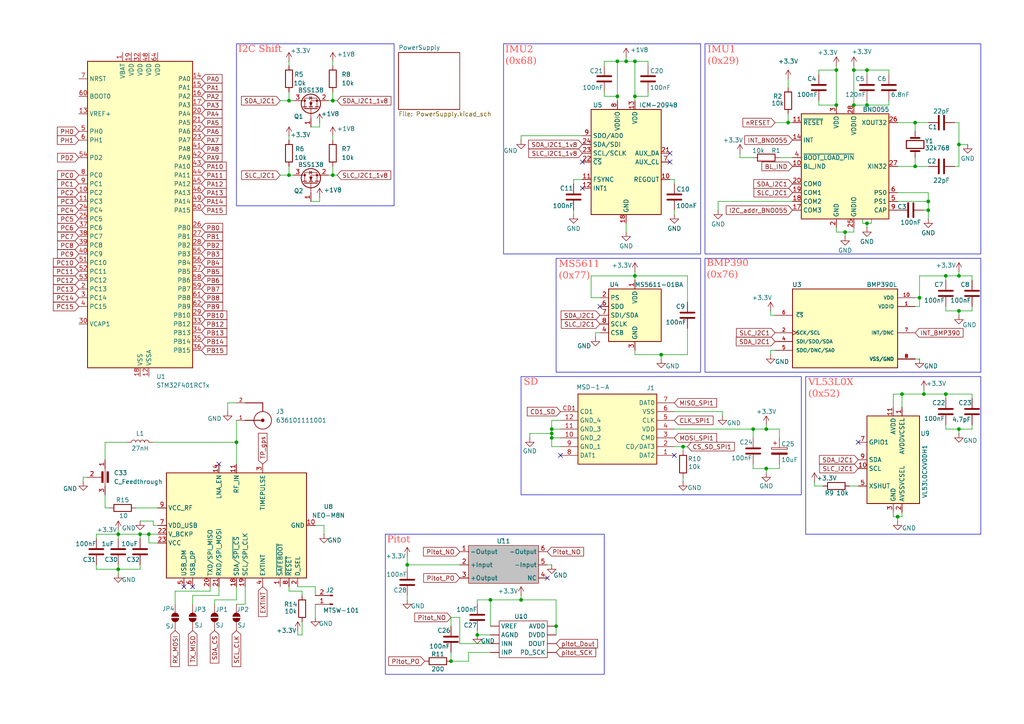
<source format=kicad_sch>
(kicad_sch (version 20250114) (generator "eeschema") (generator_version "9.0")
  (paper "A4")
  (title_block (title "AlarisV1") (date "2025-11-13") (rev "1.0") (company "Enzo Claro"))
  (rectangle (start 68.58 12.7) (end 114.3 59.69))
  (rectangle (start 204.47 12.7) (end 284.48 73.66))
  (rectangle (start 111.76 154.94) (end 175.26 195.58))
  (rectangle (start 161.29 74.93) (end 203.2 107.95))
  (rectangle (start 151.13 109.22) (end 232.41 143.51))
  (rectangle (start 233.68 109.22) (end 284.48 154.94))
  (rectangle (start 146.05 12.7) (end 203.2 73.66))
  (rectangle (start 204.47 74.93) (end 284.48 107.95))
  (text "BMP390 \n(0x76)" (at 204.978 78.74 0) (effects (font (size 2 2)) (justify left)))
  (text "MS5611\n(0x77)" (at 162.052 78.994 0) (effects (font (size 2 2)) (justify left)))
  (text "IMU2\n(0x68)" (at 146.558 16.764 0) (effects (font (size 2 2)) (justify left)))
  (text "IMU1\n(0x29)" (at 205.232 16.764 0) (effects (font (size 2 2)) (justify left)))
  (text "VL53L0X\n(0x52)" (at 234.442 113.284 0) (effects (font (size 2 2)) (justify left)))
  (text "SD" (at 151.892 111.506 0) (effects (font (size 2 2)) (justify left)))
  (text "I2C Shift" (at 69.088 14.986 0) (effects (font (size 2 2)) (justify left)))
  (text "Pitot" (at 112.268 157.226 0) (effects (font (size 2 2)) (justify left)))
  (junction (at 34.29 154.94))
  (junction (at 251.46 64.77))
  (junction (at 198.12 129.54))
  (junction (at 269.24 58.42))
  (junction (at 68.58 128.27))
  (junction (at 267.97 114.3))
  (junction (at 160.02 124.46))
  (junction (at 265.43 35.56))
  (junction (at 130.81 191.77))
  (junction (at 40.64 154.94))
  (junction (at 96.52 50.8))
  (junction (at 242.57 30.48))
  (junction (at 278.13 80.01))
  (junction (at 179.07 17.78))
  (junction (at 181.61 17.78))
  (junction (at 265.43 48.26))
  (junction (at 161.29 181.61))
  (junction (at 83.82 50.8))
  (junction (at 278.13 90.17))
  (junction (at 228.6 35.56))
  (junction (at 269.24 60.96))
  (junction (at 34.29 165.1))
  (junction (at 184.15 17.78))
  (junction (at 179.07 27.94))
  (junction (at 260.35 149.86))
  (junction (at 160.02 127))
  (junction (at 274.32 114.3))
  (junction (at 151.13 173.99))
  (junction (at 184.15 27.94))
  (junction (at 83.82 29.21))
  (junction (at 138.43 184.15))
  (junction (at 261.62 114.3))
  (junction (at 242.57 20.32))
  (junction (at 218.44 124.46))
  (junction (at 278.13 124.46))
  (junction (at 96.52 29.21))
  (junction (at 266.7 86.36))
  (junction (at 43.18 154.94))
  (junction (at 251.46 20.32))
  (junction (at 160.02 125.73))
  (junction (at 118.11 163.83))
  (junction (at 251.46 30.48))
  (junction (at 222.25 135.89))
  (junction (at 184.15 80.01))
  (junction (at 222.25 124.46))
  (junction (at 247.65 20.32))
  (junction (at 278.13 41.91))
  (junction (at 142.24 173.99))
  (junction (at 247.65 30.48))
  (junction (at 274.32 80.01))
  (junction (at 245.11 67.31))
  (junction (at 191.77 102.87))
  (no_connect (at 173.99 88.9))
  (no_connect (at 195.58 132.08))
  (no_connect (at 248.92 128.27))
  (no_connect (at 162.56 132.08))
  (no_connect (at 168.91 54.61))
  (no_connect (at 55.88 170.18))
  (no_connect (at 168.91 46.99))
  (no_connect (at 53.34 170.18))
  (no_connect (at 194.31 46.99))
  (no_connect (at 158.75 167.64))
  (no_connect (at 63.5 134.62))
  (no_connect (at 194.31 44.45))
  (wire (pts (xy 223.52 91.44) (xy 223.52 90.17)))
  (wire (pts (xy 153.67 125.73) (xy 160.02 125.73)))
  (wire (pts (xy 257.81 30.48) (xy 251.46 30.48)))
  (wire (pts (xy 87.63 171.45) (xy 83.82 171.45)))
  (wire (pts (xy 266.7 104.14) (xy 265.43 104.14)))
  (wire (pts (xy 242.57 30.48) (xy 237.49 30.48)))
  (wire (pts (xy 161.29 181.61) (xy 161.29 184.15)))
  (wire (pts (xy 93.98 152.4) (xy 93.98 154.94)))
  (wire (pts (xy 274.32 90.17) (xy 278.13 90.17)))
  (wire (pts (xy 63.5 170.18) (xy 63.5 172.72)))
  (wire (pts (xy 44.45 128.27) (xy 68.58 128.27)))
  (wire (pts (xy 281.94 90.17) (xy 278.13 90.17)))
  (wire (pts (xy 265.43 48.26) (xy 269.24 48.26)))
  (wire (pts (xy 224.79 101.6) (xy 223.52 101.6)))
  (wire (pts (xy 175.26 17.78) (xy 179.07 17.78)))
  (wire (pts (xy 274.32 80.01) (xy 278.13 80.01)))
  (wire (pts (xy 66.04 116.84) (xy 66.04 119.38)))
  (wire (pts (xy 96.52 29.21) (xy 97.79 29.21)))
  (wire (pts (xy 195.58 52.07) (xy 195.58 53.34)))
  (wire (pts (xy 160.02 125.73) (xy 160.02 127)))
  (wire (pts (xy 40.64 151.13) (xy 44.45 151.13)))
  (wire (pts (xy 71.12 175.26) (xy 71.12 170.18)))
  (wire (pts (xy 251.46 21.59) (xy 251.46 20.32)))
  (wire (pts (xy 247.65 66.04) (xy 247.65 67.31)))
  (wire (pts (xy 226.06 134.62) (xy 226.06 135.89)))
  (wire (pts (xy 257.81 20.32) (xy 251.46 20.32)))
  (wire (pts (xy 242.57 67.31) (xy 245.11 67.31)))
  (wire (pts (xy 62.23 173.99) (xy 62.23 175.26)))
  (wire (pts (xy 198.12 138.43) (xy 198.12 139.7)))
  (wire (pts (xy 226.06 135.89) (xy 222.25 135.89)))
  (wire (pts (xy 68.58 173.99) (xy 62.23 173.99)))
  (wire (pts (xy 251.46 64.77) (xy 251.46 66.04)))
  (wire (pts (xy 60.96 171.45) (xy 60.96 170.18)))
  (wire (pts (xy 237.49 21.59) (xy 237.49 20.32)))
  (wire (pts (xy 269.24 58.42) (xy 269.24 60.96)))
  (wire (pts (xy 184.15 101.6) (xy 184.15 102.87)))
  (wire (pts (xy 260.35 149.86) (xy 259.08 149.86)))
  (wire (pts (xy 257.81 29.21) (xy 257.81 30.48)))
  (wire (pts (xy 173.99 96.52) (xy 172.72 96.52)))
  (wire (pts (xy 91.44 170.18) (xy 91.44 172.72)))
  (wire (pts (xy 261.62 149.86) (xy 260.35 149.86)))
  (wire (pts (xy 224.79 91.44) (xy 223.52 91.44)))
  (wire (pts (xy 266.7 88.9) (xy 266.7 86.36)))
  (wire (pts (xy 245.11 68.58) (xy 245.11 67.31)))
  (wire (pts (xy 237.49 30.48) (xy 237.49 29.21)))
  (wire (pts (xy 208.28 58.42) (xy 208.28 60.96)))
  (wire (pts (xy 133.35 186.69) (xy 133.35 179.07)))
  (wire (pts (xy 162.56 124.46) (xy 160.02 124.46)))
  (wire (pts (xy 40.64 154.94) (xy 40.64 156.21)))
  (wire (pts (xy 250.19 63.5) (xy 250.19 64.77)))
  (wire (pts (xy 50.8 171.45) (xy 50.8 175.26)))
  (wire (pts (xy 45.72 154.94) (xy 43.18 154.94)))
  (wire (pts (xy 181.61 17.78) (xy 181.61 16.51)))
  (wire (pts (xy 34.29 163.83) (xy 34.29 165.1)))
  (wire (pts (xy 222.25 124.46) (xy 218.44 124.46)))
  (wire (pts (xy 252.73 64.77) (xy 251.46 64.77)))
  (wire (pts (xy 96.52 39.37) (xy 96.52 40.64)))
  (wire (pts (xy 187.96 17.78) (xy 184.15 17.78)))
  (wire (pts (xy 237.49 20.32) (xy 242.57 20.32)))
  (wire (pts (xy 218.44 45.72) (xy 214.63 45.72)))
  (wire (pts (xy 274.32 124.46) (xy 278.13 124.46)))
  (wire (pts (xy 251.46 20.32) (xy 247.65 20.32)))
  (wire (pts (xy 83.82 171.45) (xy 83.82 170.18)))
  (wire (pts (xy 251.46 30.48) (xy 247.65 30.48)))
  (wire (pts (xy 281.94 115.57) (xy 281.94 114.3)))
  (wire (pts (xy 278.13 48.26) (xy 278.13 41.91)))
  (wire (pts (xy 236.22 139.7) (xy 236.22 140.97)))
  (wire (pts (xy 166.37 52.07) (xy 166.37 53.34)))
  (wire (pts (xy 199.39 102.87) (xy 199.39 95.25)))
  (wire (pts (xy 30.48 143.51) (xy 30.48 147.32)))
  (wire (pts (xy 118.11 163.83) (xy 133.35 163.83)))
  (wire (pts (xy 274.32 114.3) (xy 274.32 115.57)))
  (wire (pts (xy 269.24 55.88) (xy 269.24 58.42)))
  (wire (pts (xy 242.57 66.04) (xy 242.57 67.31)))
  (wire (pts (xy 281.94 124.46) (xy 278.13 124.46)))
  (wire (pts (xy 27.94 154.94) (xy 34.29 154.94)))
  (wire (pts (xy 138.43 173.99) (xy 138.43 175.26)))
  (wire (pts (xy 265.43 86.36) (xy 266.7 86.36)))
  (wire (pts (xy 181.61 64.77) (xy 181.61 67.31)))
  (wire (pts (xy 179.07 17.78) (xy 179.07 27.94)))
  (wire (pts (xy 265.43 45.72) (xy 265.43 48.26)))
  (wire (pts (xy 30.48 147.32) (xy 31.75 147.32)))
  (wire (pts (xy 191.77 102.87) (xy 199.39 102.87)))
  (wire (pts (xy 45.72 157.48) (xy 43.18 157.48)))
  (wire (pts (xy 39.37 147.32) (xy 45.72 147.32)))
  (wire (pts (xy 171.45 86.36) (xy 171.45 80.01)))
  (wire (pts (xy 118.11 165.1) (xy 118.11 163.83)))
  (wire (pts (xy 27.94 163.83) (xy 27.94 165.1)))
  (wire (pts (xy 68.58 170.18) (xy 68.58 173.99)))
  (wire (pts (xy 34.29 165.1) (xy 34.29 166.37)))
  (wire (pts (xy 161.29 173.99) (xy 151.13 173.99)))
  (wire (pts (xy 281.94 123.19) (xy 281.94 124.46)))
  (wire (pts (xy 160.02 129.54) (xy 160.02 127)))
  (wire (pts (xy 90.17 58.42) (xy 92.71 58.42)))
  (wire (pts (xy 269.24 63.5) (xy 269.24 60.96)))
  (wire (pts (xy 184.15 81.28) (xy 184.15 80.01)))
  (wire (pts (xy 130.81 179.07) (xy 130.81 181.61)))
  (wire (pts (xy 184.15 27.94) (xy 187.96 27.94)))
  (wire (pts (xy 25.4 138.43) (xy 24.13 138.43)))
  (wire (pts (xy 260.35 58.42) (xy 269.24 58.42)))
  (wire (pts (xy 158.75 163.83) (xy 160.02 163.83)))
  (wire (pts (xy 222.25 135.89) (xy 222.25 137.16)))
  (wire (pts (xy 228.6 35.56) (xy 229.87 35.56)))
  (wire (pts (xy 27.94 154.94) (xy 27.94 156.21)))
  (wire (pts (xy 91.44 152.4) (xy 93.98 152.4)))
  (wire (pts (xy 138.43 182.88) (xy 138.43 184.15)))
  (wire (pts (xy 81.28 50.8) (xy 83.82 50.8)))
  (wire (pts (xy 130.81 179.07) (xy 133.35 179.07)))
  (wire (pts (xy 257.81 21.59) (xy 257.81 20.32)))
  (wire (pts (xy 68.58 116.84) (xy 66.04 116.84)))
  (wire (pts (xy 118.11 173.99) (xy 118.11 172.72)))
  (wire (pts (xy 173.99 86.36) (xy 171.45 86.36)))
  (wire (pts (xy 195.58 119.38) (xy 209.55 119.38)))
  (wire (pts (xy 228.6 22.86) (xy 228.6 25.4)))
  (wire (pts (xy 224.79 35.56) (xy 228.6 35.56)))
  (wire (pts (xy 34.29 154.94) (xy 34.29 156.21)))
  (wire (pts (xy 250.19 64.77) (xy 251.46 64.77)))
  (wire (pts (xy 160.02 127) (xy 162.56 127)))
  (wire (pts (xy 24.13 138.43) (xy 24.13 139.7)))
  (wire (pts (xy 130.81 191.77) (xy 130.81 189.23)))
  (wire (pts (xy 161.29 181.61) (xy 161.29 173.99)))
  (wire (pts (xy 96.52 26.67) (xy 96.52 29.21)))
  (wire (pts (xy 261.62 114.3) (xy 267.97 114.3)))
  (wire (pts (xy 184.15 27.94) (xy 184.15 29.21)))
  (wire (pts (xy 198.12 129.54) (xy 198.12 130.81)))
  (wire (pts (xy 83.82 26.67) (xy 83.82 29.21)))
  (wire (pts (xy 162.56 129.54) (xy 160.02 129.54)))
  (wire (pts (xy 266.7 86.36) (xy 266.7 80.01)))
  (wire (pts (xy 259.08 114.3) (xy 261.62 114.3)))
  (wire (pts (xy 40.64 165.1) (xy 34.29 165.1)))
  (wire (pts (xy 83.82 50.8) (xy 85.09 50.8)))
  (wire (pts (xy 142.24 186.69) (xy 133.35 186.69)))
  (wire (pts (xy 226.06 45.72) (xy 229.87 45.72)))
  (wire (pts (xy 229.87 58.42) (xy 208.28 58.42)))
  (wire (pts (xy 265.43 48.26) (xy 260.35 48.26)))
  (wire (pts (xy 86.36 184.15) (xy 87.63 184.15)))
  (wire (pts (xy 40.64 154.94) (xy 34.29 154.94)))
  (wire (pts (xy 118.11 163.83) (xy 118.11 161.29)))
  (wire (pts (xy 179.07 27.94) (xy 179.07 29.21)))
  (wire (pts (xy 259.08 118.11) (xy 259.08 114.3)))
  (wire (pts (xy 34.29 153.67) (xy 34.29 154.94)))
  (wire (pts (xy 278.13 78.74) (xy 278.13 80.01)))
  (wire (pts (xy 92.71 35.56) (xy 92.71 36.83)))
  (wire (pts (xy 138.43 184.15) (xy 142.24 184.15)))
  (wire (pts (xy 138.43 173.99) (xy 142.24 173.99)))
  (wire (pts (xy 151.13 172.72) (xy 151.13 173.99)))
  (wire (pts (xy 92.71 36.83) (xy 90.17 36.83)))
  (wire (pts (xy 50.8 171.45) (xy 60.96 171.45)))
  (wire (pts (xy 226.06 124.46) (xy 222.25 124.46)))
  (wire (pts (xy 96.52 48.26) (xy 96.52 50.8)))
  (wire (pts (xy 184.15 80.01) (xy 199.39 80.01)))
  (wire (pts (xy 83.82 29.21) (xy 85.09 29.21)))
  (wire (pts (xy 195.58 129.54) (xy 198.12 129.54)))
  (wire (pts (xy 260.35 55.88) (xy 269.24 55.88)))
  (wire (pts (xy 83.82 48.26) (xy 83.82 50.8)))
  (wire (pts (xy 261.62 148.59) (xy 261.62 149.86)))
  (wire (pts (xy 83.82 39.37) (xy 83.82 40.64)))
  (wire (pts (xy 87.63 184.15) (xy 87.63 180.34)))
  (wire (pts (xy 191.77 102.87) (xy 191.77 104.14)))
  (wire (pts (xy 281.94 80.01) (xy 281.94 81.28)))
  (wire (pts (xy 242.57 19.05) (xy 242.57 20.32)))
  (wire (pts (xy 236.22 140.97) (xy 238.76 140.97)))
  (wire (pts (xy 44.45 152.4) (xy 45.72 152.4)))
  (wire (pts (xy 199.39 80.01) (xy 199.39 87.63)))
  (wire (pts (xy 265.43 35.56) (xy 269.24 35.56)))
  (wire (pts (xy 252.73 63.5) (xy 252.73 64.77)))
  (wire (pts (xy 55.88 175.26) (xy 55.88 172.72)))
  (wire (pts (xy 278.13 35.56) (xy 278.13 41.91)))
  (wire (pts (xy 195.58 62.23) (xy 195.58 60.96)))
  (wire (pts (xy 214.63 45.72) (xy 214.63 44.45)))
  (wire (pts (xy 83.82 19.05) (xy 83.82 17.78)))
  (wire (pts (xy 179.07 17.78) (xy 181.61 17.78)))
  (wire (pts (xy 68.58 121.92) (xy 68.58 128.27)))
  (wire (pts (xy 251.46 29.21) (xy 251.46 30.48)))
  (wire (pts (xy 222.25 123.19) (xy 222.25 124.46)))
  (wire (pts (xy 30.48 128.27) (xy 36.83 128.27)))
  (wire (pts (xy 226.06 127) (xy 226.06 124.46)))
  (wire (pts (xy 153.67 125.73) (xy 153.67 127)))
  (wire (pts (xy 267.97 114.3) (xy 267.97 113.03)))
  (wire (pts (xy 175.26 19.05) (xy 175.26 17.78)))
  (wire (pts (xy 92.71 58.42) (xy 92.71 57.15)))
  (wire (pts (xy 223.52 101.6) (xy 223.52 102.87)))
  (wire (pts (xy 276.86 48.26) (xy 278.13 48.26)))
  (wire (pts (xy 259.08 148.59) (xy 259.08 149.86)))
  (wire (pts (xy 43.18 157.48) (xy 43.18 154.94)))
  (wire (pts (xy 87.63 171.45) (xy 87.63 172.72)))
  (wire (pts (xy 278.13 41.91) (xy 280.67 41.91)))
  (wire (pts (xy 96.52 50.8) (xy 97.79 50.8)))
  (wire (pts (xy 198.12 129.54) (xy 199.39 129.54)))
  (wire (pts (xy 27.94 165.1) (xy 34.29 165.1)))
  (wire (pts (xy 151.13 39.37) (xy 151.13 40.64)))
  (wire (pts (xy 142.24 173.99) (xy 142.24 181.61)))
  (wire (pts (xy 151.13 173.99) (xy 142.24 173.99)))
  (wire (pts (xy 278.13 91.44) (xy 278.13 90.17)))
  (wire (pts (xy 68.58 175.26) (xy 71.12 175.26)))
  (wire (pts (xy 168.91 39.37) (xy 151.13 39.37)))
  (wire (pts (xy 142.24 189.23) (xy 135.89 189.23)))
  (wire (pts (xy 96.52 17.78) (xy 96.52 19.05)))
  (wire (pts (xy 194.31 52.07) (xy 195.58 52.07)))
  (wire (pts (xy 278.13 80.01) (xy 281.94 80.01)))
  (wire (pts (xy 265.43 35.56) (xy 265.43 38.1)))
  (wire (pts (xy 266.7 80.01) (xy 274.32 80.01)))
  (wire (pts (xy 261.62 118.11) (xy 261.62 114.3)))
  (wire (pts (xy 135.89 189.23) (xy 135.89 191.77)))
  (wire (pts (xy 91.44 175.26) (xy 91.44 179.07)))
  (wire (pts (xy 55.88 172.72) (xy 63.5 172.72)))
  (wire (pts (xy 281.94 114.3) (xy 274.32 114.3)))
  (wire (pts (xy 274.32 123.19) (xy 274.32 124.46)))
  (wire (pts (xy 218.44 124.46) (xy 218.44 127)))
  (wire (pts (xy 281.94 88.9) (xy 281.94 90.17)))
  (wire (pts (xy 274.32 80.01) (xy 274.32 81.28)))
  (wire (pts (xy 184.15 78.74) (xy 184.15 80.01)))
  (wire (pts (xy 195.58 124.46) (xy 218.44 124.46)))
  (wire (pts (xy 91.44 170.18) (xy 86.36 170.18)))
  (wire (pts (xy 265.43 88.9) (xy 266.7 88.9)))
  (wire (pts (xy 184.15 17.78) (xy 184.15 27.94)))
  (wire (pts (xy 95.25 50.8) (xy 96.52 50.8)))
  (wire (pts (xy 260.35 35.56) (xy 265.43 35.56)))
  (wire (pts (xy 44.45 151.13) (xy 44.45 152.4)))
  (wire (pts (xy 160.02 124.46) (xy 160.02 125.73)))
  (wire (pts (xy 187.96 19.05) (xy 187.96 17.78)))
  (wire (pts (xy 40.64 163.83) (xy 40.64 165.1)))
  (wire (pts (xy 175.26 27.94) (xy 179.07 27.94)))
  (wire (pts (xy 260.35 149.86) (xy 260.35 151.13)))
  (wire (pts (xy 81.28 29.21) (xy 83.82 29.21)))
  (wire (pts (xy 209.55 119.38) (xy 209.55 120.65)))
  (wire (pts (xy 218.44 135.89) (xy 222.25 135.89)))
  (wire (pts (xy 130.81 191.77) (xy 135.89 191.77)))
  (wire (pts (xy 276.86 35.56) (xy 278.13 35.56)))
  (wire (pts (xy 218.44 134.62) (xy 218.44 135.89)))
  (wire (pts (xy 187.96 27.94) (xy 187.96 26.67)))
  (wire (pts (xy 160.02 121.92) (xy 160.02 124.46)))
  (wire (pts (xy 162.56 121.92) (xy 160.02 121.92)))
  (wire (pts (xy 30.48 133.35) (xy 30.48 128.27)))
  (wire (pts (xy 166.37 62.23) (xy 166.37 60.96)))
  (wire (pts (xy 246.38 140.97) (xy 248.92 140.97)))
  (wire (pts (xy 247.65 19.05) (xy 247.65 20.32)))
  (wire (pts (xy 172.72 96.52) (xy 172.72 97.79)))
  (wire (pts (xy 274.32 114.3) (xy 267.97 114.3)))
  (wire (pts (xy 171.45 80.01) (xy 184.15 80.01)))
  (wire (pts (xy 86.36 182.88) (xy 86.36 184.15)))
  (wire (pts (xy 247.65 20.32) (xy 247.65 30.48)))
  (wire (pts (xy 166.37 52.07) (xy 168.91 52.07)))
  (wire (pts (xy 95.25 29.21) (xy 96.52 29.21)))
  (wire (pts (xy 175.26 26.67) (xy 175.26 27.94)))
  (wire (pts (xy 68.58 128.27) (xy 68.58 134.62)))
  (wire (pts (xy 247.65 67.31) (xy 245.11 67.31)))
  (wire (pts (xy 278.13 124.46) (xy 278.13 125.73)))
  (wire (pts (xy 184.15 17.78) (xy 181.61 17.78)))
  (wire (pts (xy 274.32 88.9) (xy 274.32 90.17)))
  (wire (pts (xy 184.15 102.87) (xy 191.77 102.87)))
  (wire (pts (xy 228.6 33.02) (xy 228.6 35.56)))
  (wire (pts (xy 269.24 60.96) (xy 267.97 60.96)))
  (wire (pts (xy 43.18 154.94) (xy 40.64 154.94)))
  (wire (pts (xy 242.57 20.32) (xy 242.57 30.48)))
  (global_label "PA3" (shape input) (at 58.42 30.48 0) (property "Intersheetrefs" "${INTERSHEET_REFS}" (effects (hide yes))))
  (global_label "PB8" (shape input) (at 58.42 86.36 0) (property "Intersheetrefs" "${INTERSHEET_REFS}" (effects (hide yes))))
  (global_label "SLC_I2C1_1v8" (shape input) (at 168.91 44.45 180) (property "Intersheetrefs" "${INTERSHEET_REFS}" (effects (hide yes))))
  (global_label "SDA_I2C1" (shape input) (at 229.87 53.34 180) (property "Intersheetrefs" "${INTERSHEET_REFS}" (effects (hide yes))))
  (global_label "PA1" (shape input) (at 58.42 25.4 0) (property "Intersheetrefs" "${INTERSHEET_REFS}" (effects (hide yes))))
  (global_label "SDA_I2C1" (shape input) (at 81.28 29.21 180) (property "Intersheetrefs" "${INTERSHEET_REFS}" (effects (hide yes))))
  (global_label "PA6" (shape input) (at 58.42 38.1 0) (property "Intersheetrefs" "${INTERSHEET_REFS}" (effects (hide yes))))
  (global_label "SLC_I2C1" (shape input) (at 81.28 50.8 180) (property "Intersheetrefs" "${INTERSHEET_REFS}" (effects (hide yes))))
  (global_label "PA12" (shape input) (at 58.42 53.34 0) (property "Intersheetrefs" "${INTERSHEET_REFS}" (effects (hide yes))))
  (global_label "PC6" (shape input) (at 22.86 66.04 180) (property "Intersheetrefs" "${INTERSHEET_REFS}" (effects (hide yes))))
  (global_label "PC3" (shape input) (at 22.86 58.42 180) (property "Intersheetrefs" "${INTERSHEET_REFS}" (effects (hide yes))))
  (global_label "PC8" (shape input) (at 22.86 71.12 180) (property "Intersheetrefs" "${INTERSHEET_REFS}" (effects (hide yes))))
  (global_label "PA7" (shape input) (at 58.42 40.64 0) (property "Intersheetrefs" "${INTERSHEET_REFS}" (effects (hide yes))))
  (global_label "Pitot_NO" (shape input) (at 130.81 179.07 180) (property "Intersheetrefs" "${INTERSHEET_REFS}" (effects (hide yes))))
  (global_label "PA10" (shape input) (at 58.42 48.26 0) (property "Intersheetrefs" "${INTERSHEET_REFS}" (effects (hide yes))))
  (global_label "PC13" (shape input) (at 22.86 83.82 180) (property "Intersheetrefs" "${INTERSHEET_REFS}" (effects (hide yes))))
  (global_label "PB2" (shape input) (at 58.42 71.12 0) (property "Intersheetrefs" "${INTERSHEET_REFS}" (effects (hide yes))))
  (global_label "Pitot_NO" (shape input) (at 133.35 160.02 180) (property "Intersheetrefs" "${INTERSHEET_REFS}" (effects (hide yes))))
  (global_label "PA15" (shape input) (at 58.42 60.96 0) (property "Intersheetrefs" "${INTERSHEET_REFS}" (effects (hide yes))))
  (global_label "SLC_I2C1_1v8" (shape input) (at 97.79 50.8 0) (property "Intersheetrefs" "${INTERSHEET_REFS}" (effects (hide yes))))
  (global_label "PA0" (shape input) (at 58.42 22.86 0) (property "Intersheetrefs" "${INTERSHEET_REFS}" (effects (hide yes))))
  (global_label "CLK_SPI1" (shape input) (at 195.58 121.92 0) (property "Intersheetrefs" "${INTERSHEET_REFS}" (effects (hide yes))))
  (global_label "SDA_I2C1" (shape input) (at 248.92 133.35 180) (property "Intersheetrefs" "${INTERSHEET_REFS}" (effects (hide yes))))
  (global_label "INT_BMP390" (shape input) (at 265.43 96.52 0) (property "Intersheetrefs" "${INTERSHEET_REFS}" (effects (hide yes))))
  (global_label "RX_MOSI" (shape input) (at 50.8 182.88 270) (property "Intersheetrefs" "${INTERSHEET_REFS}" (effects (hide yes))))
  (global_label "PC15" (shape input) (at 22.86 88.9 180) (property "Intersheetrefs" "${INTERSHEET_REFS}" (effects (hide yes))))
  (global_label "PB4" (shape input) (at 58.42 76.2 0) (property "Intersheetrefs" "${INTERSHEET_REFS}" (effects (hide yes))))
  (global_label "MISO_SPI1" (shape input) (at 195.58 116.84 0) (property "Intersheetrefs" "${INTERSHEET_REFS}" (effects (hide yes))))
  (global_label "PC10" (shape input) (at 22.86 76.2 180) (property "Intersheetrefs" "${INTERSHEET_REFS}" (effects (hide yes))))
  (global_label "PA11" (shape input) (at 58.42 50.8 0) (property "Intersheetrefs" "${INTERSHEET_REFS}" (effects (hide yes))))
  (global_label "PD2" (shape input) (at 22.86 45.72 180) (property "Intersheetrefs" "${INTERSHEET_REFS}" (effects (hide yes))))
  (global_label "SLC_I2C1" (shape input) (at 248.92 135.89 180) (property "Intersheetrefs" "${INTERSHEET_REFS}" (effects (hide yes))))
  (global_label "Pitot_PO" (shape input) (at 133.35 167.64 180) (property "Intersheetrefs" "${INTERSHEET_REFS}" (effects (hide yes))))
  (global_label "PB3" (shape input) (at 58.42 73.66 0) (property "Intersheetrefs" "${INTERSHEET_REFS}" (effects (hide yes))))
  (global_label "PB15" (shape input) (at 58.42 101.6 0) (property "Intersheetrefs" "${INTERSHEET_REFS}" (effects (hide yes))))
  (global_label "PB7" (shape input) (at 58.42 83.82 0) (property "Intersheetrefs" "${INTERSHEET_REFS}" (effects (hide yes))))
  (global_label "PB1" (shape input) (at 58.42 68.58 0) (property "Intersheetrefs" "${INTERSHEET_REFS}" (effects (hide yes))))
  (global_label "PC9" (shape input) (at 22.86 73.66 180) (property "Intersheetrefs" "${INTERSHEET_REFS}" (effects (hide yes))))
  (global_label "PC11" (shape input) (at 22.86 78.74 180) (property "Intersheetrefs" "${INTERSHEET_REFS}" (effects (hide yes))))
  (global_label "PB0" (shape input) (at 58.42 66.04 0) (property "Intersheetrefs" "${INTERSHEET_REFS}" (effects (hide yes))))
  (global_label "pitot_Dout" (shape input) (at 161.29 186.69 0) (property "Intersheetrefs" "${INTERSHEET_REFS}" (effects (hide yes))))
  (global_label "SDA_I2C1_1v8" (shape input) (at 168.91 41.91 180) (property "Intersheetrefs" "${INTERSHEET_REFS}" (effects (hide yes))))
  (global_label "PB10" (shape input) (at 58.42 91.44 0) (property "Intersheetrefs" "${INTERSHEET_REFS}" (effects (hide yes))))
  (global_label "PC7" (shape input) (at 22.86 68.58 180) (property "Intersheetrefs" "${INTERSHEET_REFS}" (effects (hide yes))))
  (global_label "INT_BNO055" (shape input) (at 229.87 40.64 180) (property "Intersheetrefs" "${INTERSHEET_REFS}" (effects (hide yes))))
  (global_label "SLC_I2C1" (shape input) (at 229.87 55.88 180) (property "Intersheetrefs" "${INTERSHEET_REFS}" (effects (hide yes))))
  (global_label "SLC_I2C1" (shape input) (at 173.99 93.98 180) (property "Intersheetrefs" "${INTERSHEET_REFS}" (effects (hide yes))))
  (global_label "MOSI_SPI1" (shape input) (at 195.58 127 0) (property "Intersheetrefs" "${INTERSHEET_REFS}" (effects (hide yes))))
  (global_label "PC1" (shape input) (at 22.86 53.34 180) (property "Intersheetrefs" "${INTERSHEET_REFS}" (effects (hide yes))))
  (global_label "PC2" (shape input) (at 22.86 55.88 180) (property "Intersheetrefs" "${INTERSHEET_REFS}" (effects (hide yes))))
  (global_label "PB5" (shape input) (at 58.42 78.74 0) (property "Intersheetrefs" "${INTERSHEET_REFS}" (effects (hide yes))))
  (global_label "PB6" (shape input) (at 58.42 81.28 0) (property "Intersheetrefs" "${INTERSHEET_REFS}" (effects (hide yes))))
  (global_label "SDA_CS" (shape input) (at 62.23 182.88 270) (property "Intersheetrefs" "${INTERSHEET_REFS}" (effects (hide yes))))
  (global_label "SDA_I2C1" (shape input) (at 173.99 91.44 180) (property "Intersheetrefs" "${INTERSHEET_REFS}" (effects (hide yes))))
  (global_label "PC0" (shape input) (at 22.86 50.8 180) (property "Intersheetrefs" "${INTERSHEET_REFS}" (effects (hide yes))))
  (global_label "Pitot_PO" (shape input) (at 123.19 191.77 180) (property "Intersheetrefs" "${INTERSHEET_REFS}" (effects (hide yes))))
  (global_label "EXTINT" (shape input) (at 76.2 170.18 270) (property "Intersheetrefs" "${INTERSHEET_REFS}" (effects (hide yes))))
  (global_label "CD1_SD" (shape input) (at 162.56 119.38 180) (property "Intersheetrefs" "${INTERSHEET_REFS}" (effects (hide yes))))
  (global_label "PB13" (shape input) (at 58.42 96.52 0) (property "Intersheetrefs" "${INTERSHEET_REFS}" (effects (hide yes))))
  (global_label "PA13" (shape input) (at 58.42 55.88 0) (property "Intersheetrefs" "${INTERSHEET_REFS}" (effects (hide yes))))
  (global_label "PA2" (shape input) (at 58.42 27.94 0) (property "Intersheetrefs" "${INTERSHEET_REFS}" (effects (hide yes))))
  (global_label "nRESET" (shape input) (at 224.79 35.56 180) (property "Intersheetrefs" "${INTERSHEET_REFS}" (effects (hide yes))))
  (global_label "PC4" (shape input) (at 22.86 60.96 180) (property "Intersheetrefs" "${INTERSHEET_REFS}" (effects (hide yes))))
  (global_label "SDA_I2C1" (shape input) (at 224.79 99.06 180) (property "Intersheetrefs" "${INTERSHEET_REFS}" (effects (hide yes))))
  (global_label "PC12" (shape input) (at 22.86 81.28 180) (property "Intersheetrefs" "${INTERSHEET_REFS}" (effects (hide yes))))
  (global_label "SLC_I2C1" (shape input) (at 224.79 96.52 180) (property "Intersheetrefs" "${INTERSHEET_REFS}" (effects (hide yes))))
  (global_label "CS_SD_SPI1" (shape input) (at 199.39 129.54 0) (property "Intersheetrefs" "${INTERSHEET_REFS}" (effects (hide yes))))
  (global_label "PB12" (shape input) (at 58.42 93.98 0) (property "Intersheetrefs" "${INTERSHEET_REFS}" (effects (hide yes))))
  (global_label "SCL_CLK" (shape input) (at 68.58 182.88 270) (property "Intersheetrefs" "${INTERSHEET_REFS}" (effects (hide yes))))
  (global_label "PA8" (shape input) (at 58.42 43.18 0) (property "Intersheetrefs" "${INTERSHEET_REFS}" (effects (hide yes))))
  (global_label "PB14" (shape input) (at 58.42 99.06 0) (property "Intersheetrefs" "${INTERSHEET_REFS}" (effects (hide yes))))
  (global_label "Pitot_NO" (shape input) (at 158.75 160.02 0) (property "Intersheetrefs" "${INTERSHEET_REFS}" (effects (hide yes))))
  (global_label "PA14" (shape input) (at 58.42 58.42 0) (property "Intersheetrefs" "${INTERSHEET_REFS}" (effects (hide yes))))
  (global_label "TX_MISO" (shape input) (at 55.88 182.88 270) (property "Intersheetrefs" "${INTERSHEET_REFS}" (effects (hide yes))))
  (global_label "TP_gps" (shape input) (at 76.2 134.62 90) (property "Intersheetrefs" "${INTERSHEET_REFS}" (effects (hide yes))))
  (global_label "pitot_SCK" (shape input) (at 161.29 189.23 0) (property "Intersheetrefs" "${INTERSHEET_REFS}" (effects (hide yes))))
  (global_label "BL_IND" (shape input) (at 229.87 48.26 180) (property "Intersheetrefs" "${INTERSHEET_REFS}" (effects (hide yes))))
  (global_label "PC5" (shape input) (at 22.86 63.5 180) (property "Intersheetrefs" "${INTERSHEET_REFS}" (effects (hide yes))))
  (global_label "PA9" (shape input) (at 58.42 45.72 0) (property "Intersheetrefs" "${INTERSHEET_REFS}" (effects (hide yes))))
  (global_label "PA4" (shape input) (at 58.42 33.02 0) (property "Intersheetrefs" "${INTERSHEET_REFS}" (effects (hide yes))))
  (global_label "PA5" (shape input) (at 58.42 35.56 0) (property "Intersheetrefs" "${INTERSHEET_REFS}" (effects (hide yes))))
  (global_label "PH0" (shape input) (at 22.86 38.1 180) (property "Intersheetrefs" "${INTERSHEET_REFS}" (effects (hide yes))))
  (global_label "SDA_I2C1_1v8" (shape input) (at 97.79 29.21 0) (property "Intersheetrefs" "${INTERSHEET_REFS}" (effects (hide yes))))
  (global_label "PC14" (shape input) (at 22.86 86.36 180) (property "Intersheetrefs" "${INTERSHEET_REFS}" (effects (hide yes))))
  (global_label "I2C_addr_BNO055" (shape input) (at 229.87 60.96 180) (property "Intersheetrefs" "${INTERSHEET_REFS}" (effects (hide yes))))
  (global_label "PB9" (shape input) (at 58.42 88.9 0) (property "Intersheetrefs" "${INTERSHEET_REFS}" (effects (hide yes))))
  (global_label "PH1" (shape input) (at 22.86 40.64 180) (property "Intersheetrefs" "${INTERSHEET_REFS}" (effects (hide yes))))
  (symbol (lib_id "power:+3.3V") (at 34.29 153.67 0) (unit 1)
    (property "Reference" "#PWR061" (effects (hide yes)))
    (property "Value" "+3.3V" (at 30.988 153.67 0))
    (property "Description" "Power symbol creates a global label with name \"+3.3V\"" (effects (hide yes)))
  )
  (symbol (lib_id "power:GND") (at 280.67 41.91 0) (unit 1)
    (property "Reference" "#PWR01" (effects (hide yes)))
    (property "Value" "GND" (at 280.67 45.974 0))
    (property "Description" "Power symbol creates a global label with name \"GND\" , ground" (effects (hide yes)))
  )
  (symbol (lib_id "power:GND") (at 118.11 173.99 0) (unit 1)
    (property "Reference" "#PWR056" (effects (hide yes)))
    (property "Value" "GND" (at 121.158 175.768 0))
    (property "Description" "Power symbol creates a global label with name \"GND\" , ground" (effects (hide yes)))
  )
  (symbol (lib_id "Device:C") (at 130.81 185.42 0) (unit 1)
    (property "Reference" "C26" (at 128.778 182.88 0))
    (property "Value" "100nF" (at 127.508 187.452 0))
    (property "Description" "Unpolarized capacitor" (effects (hide yes)))
  )
  (symbol (lib_id "Device:C") (at 237.49 25.4 0) (unit 1)
    (property "Reference" "C4" (at 235.458 22.86 0))
    (property "Value" "100nF" (at 234.188 27.432 0))
    (property "Description" "Unpolarized capacitor" (effects (hide yes)))
  )
  (symbol (lib_id "Device:Crystal") (at 265.43 41.91 90) (unit 1)
    (property "Reference" "Y1" (at 268.224 40.894 90) (effects (justify right)))
    (property "Value" "32k768" (at 268.224 42.926 90) (effects (justify right)))
    (property "Description" "Two pin crystal" (effects (hide yes)))
  )
  (symbol (lib_id "power:GND") (at 245.11 68.58 0) (unit 1)
    (property "Reference" "#PWR03" (effects (hide yes)))
    (property "Value" "GND" (at 245.11 72.644 0))
    (property "Description" "Power symbol creates a global label with name \"GND\" , ground" (effects (hide yes)))
  )
  (symbol (lib_id "power:+3.3V") (at 228.6 22.86 0) (unit 1)
    (property "Reference" "#PWR08" (effects (hide yes)))
    (property "Value" "+3.3V" (at 228.6 17.78 0))
    (property "Description" "Power symbol creates a global label with name \"+3.3V\"" (effects (hide yes)))
  )
  (symbol (lib_id "power:+1V8") (at 96.52 39.37 0) (unit 1)
    (property "Reference" "#PWR039" (effects (hide yes)))
    (property "Value" "+1V8" (at 100.33 37.338 0))
    (property "Description" "Power symbol creates a global label with name \"+1V8\"" (effects (hide yes)))
  )
  (symbol (lib_id "Device:R") (at 198.12 134.62 0) (unit 1)
    (property "Reference" "R10" (at 201.422 133.096 0))
    (property "Value" "10k" (at 201.422 135.382 0))
    (property "Description" "Resistor" (effects (hide yes)))
  )
  (symbol (lib_id "power:GND") (at 91.44 179.07 0) (unit 1)
    (property "Reference" "#PWR063" (effects (hide yes)))
    (property "Value" "GND" (at 94.488 180.848 0))
    (property "Description" "Power symbol creates a global label with name \"GND\" , ground" (effects (hide yes)))
  )
  (symbol (lib_id "Device:C_Feedthrough") (at 27.94 138.43 270) (unit 1)
    (property "Reference" "C33" (at 33.02 137.1599 90) (effects (justify left)))
    (property "Value" "C_Feedthrough" (at 33.02 139.6999 90) (effects (justify left)))
    (property "Description" "Feedthrough capacitor" (effects (hide yes)))
  )
  (symbol (lib_id "power:+3.3V") (at 267.97 113.03 0) (unit 1)
    (property "Reference" "#PWR044" (effects (hide yes)))
    (property "Value" "+3.3V" (at 271.526 111.252 0))
    (property "Description" "Power symbol creates a global label with name \"+3.3V\"" (effects (hide yes)))
  )
  (symbol (lib_id "power:GND") (at 93.98 154.94 0) (unit 1)
    (property "Reference" "#PWR060" (effects (hide yes)))
    (property "Value" "GND" (at 97.028 156.718 0))
    (property "Description" "Power symbol creates a global label with name \"GND\" , ground" (effects (hide yes)))
  )
  (symbol (lib_id "Device:C") (at 175.26 22.86 180) (unit 1)
    (property "Reference" "C21" (at 172.974 20.574 0))
    (property "Value" "100nF" (at 171.958 25.4 0))
    (property "Description" "Unpolarized capacitor" (effects (hide yes)))
  )
  (symbol (lib_id "power:GND") (at 172.72 97.79 0) (unit 1)
    (property "Reference" "#PWR017" (effects (hide yes)))
    (property "Value" "GND" (at 169.418 100.33 0))
    (property "Description" "Power symbol creates a global label with name \"GND\" , ground" (effects (hide yes)))
  )
  (symbol (lib_id "Device:C") (at 251.46 25.4 0) (unit 1)
    (property "Reference" "C5" (at 249.428 22.86 0))
    (property "Value" "120nF" (at 248.158 27.432 0))
    (property "Description" "Unpolarized capacitor" (effects (hide yes)))
  )
  (symbol (lib_id "power:GND") (at 195.58 62.23 0) (unit 1)
    (property "Reference" "#PWR019" (effects (hide yes)))
    (property "Value" "GND" (at 195.58 66.294 0))
    (property "Description" "Power symbol creates a global label with name \"GND\" , ground" (effects (hide yes)))
  )
  (symbol (lib_id "Device:C_Polarized") (at 226.06 130.81 0) (unit 1)
    (property "Reference" "C25" (at 226.568 128.778 0) (effects (justify left)))
    (property "Value" "10uF" (at 226.568 133.35 0) (effects (justify left)))
    (property "Description" "Polarized capacitor" (effects (hide yes)))
  )
  (symbol (lib_id "636101111001:636101111001") (at 76.2 121.92 180) (unit 1)
    (property "Reference" "J3" (at 80.01 119.3664 0) (effects (justify right)))
    (property "Value" "636101111001" (at 80.01 121.9064 0) (effects (justify right)))
    (property "Footprint" "636101111001:636101111001" (effects (hide yes)))
    (property "MF" "Wurth Electronics" (effects (hide yes)))
    (property "Description_1" "Tape and Reel packaging_7 inch reel_1300 pieces" (effects (hide yes)))
    (property "Package" "None" (effects (hide yes)))
    (property "Price" "None" (effects (hide yes)))
    (property "SnapEDA_Link" "https://www.snapeda.com/parts/636101111001/Wurth+Electronics/view-part/?ref=snap" (effects (hide yes)))
    (property "MP" "636101111001" (effects (hide yes)))
    (property "Availability" "In Stock" (effects (hide yes)))
    (property "Check_prices" "https://www.snapeda.com/parts/636101111001/Wurth+Electronics/view-part/?ref=eda" (effects (hide yes)))
  )
  (symbol (lib_id "Device:R") (at 35.56 147.32 270) (unit 1)
    (property "Reference" "R15" (at 35.56 145.034 90))
    (property "Value" "10" (at 35.814 149.606 90))
    (property "Description" "Resistor" (effects (hide yes)))
  )
  (symbol (lib_id "Transistor_FET:BSS138") (at 90.17 53.34 90) (unit 1)
    (property "Reference" "Q2" (at 86.614 55.372 90))
    (property "Value" "BSS138" (at 90.17 47.752 90))
    (property "Footprint" "Package_TO_SOT_SMD:SOT-23" (effects (hide yes)))
    (property "Datasheet" "https://www.onsemi.com/pub/Collateral/BSS138-D.PDF" (effects (hide yes)))
    (property "Description" "50V Vds, 0.22A Id, N-Channel MOSFET, SOT-23" (effects (hide yes)))
  )
  (symbol (lib_id "BMP390L:BMP390L") (at 245.11 96.52 0) (unit 1)
    (property "Reference" "U3" (at 231.14 82.55 0))
    (property "Value" "BMP390L" (at 255.778 82.55 0))
    (property "Footprint" "BMP390L:XDCR_BMP390L" (effects (hide yes)))
    (property "MF" "Bosch Sensortec" (effects (hide yes)))
    (property "MAXIMUM_PACKAGE_HEIGHT" "0.8 mm" (effects (hide yes)))
    (property "Package" "None" (effects (hide yes)))
    (property "Price" "None" (effects (hide yes)))
    (property "Check_prices" "https://www.snapeda.com/parts/BMP390L/Bosch/view-part/?ref=eda" (effects (hide yes)))
    (property "STANDARD" "Manufacturer Recommendation" (effects (hide yes)))
    (property "PARTREV" "1.7" (effects (hide yes)))
    (property "SnapEDA_Link" "https://www.snapeda.com/parts/BMP390L/Bosch/view-part/?ref=snap" (effects (hide yes)))
    (property "MP" "BMP390L" (effects (hide yes)))
    (property "Description_1" "Pressure Sensor Development Tools Evaluation Shuttle Board for the BMP390L" (effects (hide yes)))
    (property "MANUFACTURER" "BOSCH" (effects (hide yes)))
    (property "Availability" "In Stock" (effects (hide yes)))
    (property "SNAPEDA_PN" "BMP390L" (effects (hide yes)))
  )
  (symbol (lib_id "power:+3.3V") (at 242.57 19.05 0) (unit 1)
    (property "Reference" "#PWR09" (effects (hide yes)))
    (property "Value" "+3.3V" (at 240.03 15.24 0))
    (property "Description" "Power symbol creates a global label with name \"+3.3V\"" (effects (hide yes)))
  )
  (symbol (lib_id "power:GND") (at 222.25 137.16 0) (unit 1)
    (property "Reference" "#PWR048" (effects (hide yes)))
    (property "Value" "GND" (at 222.25 140.97 0))
    (property "Description" "Power symbol creates a global label with name \"GND\" , ground" (effects (hide yes)))
  )
  (symbol (lib_id "power:GND") (at 209.55 120.65 0) (unit 1)
    (property "Reference" "#PWR050" (effects (hide yes)))
    (property "Value" "GND" (at 212.852 122.682 0))
    (property "Description" "Power symbol creates a global label with name \"GND\" , ground" (effects (hide yes)))
  )
  (symbol (lib_id "Device:C") (at 138.43 179.07 180) (unit 1)
    (property "Reference" "C27" (at 136.398 181.356 0))
    (property "Value" "100nF" (at 135.382 176.784 0))
    (property "Description" "Unpolarized capacitor" (effects (hide yes)))
  )
  (symbol (lib_id "power:GND") (at 153.67 127 0) (unit 1)
    (property "Reference" "#PWR047" (effects (hide yes)))
    (property "Value" "GND" (at 153.67 130.81 0))
    (property "Description" "Power symbol creates a global label with name \"GND\" , ground" (effects (hide yes)))
  )
  (symbol (lib_id "power:GND") (at 34.29 166.37 0) (unit 1)
    (property "Reference" "#PWR062" (effects (hide yes)))
    (property "Value" "GND" (at 37.338 168.148 0))
    (property "Description" "Power symbol creates a global label with name \"GND\" , ground" (effects (hide yes)))
  )
  (symbol (lib_id "Sensor_Distance:VL53L0CXV0DH1") (at 259.08 133.35 0) (unit 1)
    (property "Reference" "U9" (at 266.954 125.73 0) (effects (justify left)))
    (property "Value" "VL53L0CXV0DH1" (at 268.224 144.526 90) (effects (justify left)))
    (property "Footprint" "Sensor_Distance:ST_VL53L1x" (effects (hide yes)))
    (property "Datasheet" "https://www.st.com/resource/en/datasheet/vl53l0x.pdf" (effects (hide yes)))
    (property "Description" "2m distance ranging ToF sensor, Optical LGA12" (effects (hide yes)))
  )
  (symbol (lib_id "Device:R") (at 96.52 44.45 0) (unit 1)
    (property "Reference" "R7" (at 99.06 43.1799 0) (effects (justify left)))
    (property "Value" "10k" (at 99.06 45.7199 0) (effects (justify left)))
    (property "Description" "Resistor" (effects (hide yes)))
  )
  (symbol (lib_id "Device:R") (at 228.6 29.21 180) (unit 1)
    (property "Reference" "R2" (at 225.552 27.94 0))
    (property "Value" "10k" (at 225.552 29.972 0))
    (property "Description" "Resistor" (effects (hide yes)))
  )
  (symbol (lib_id "power:+3.3V") (at 214.63 44.45 0) (unit 1)
    (property "Reference" "#PWR04" (effects (hide yes)))
    (property "Value" "+3.3V" (at 212.598 40.64 0))
    (property "Description" "Power symbol creates a global label with name \"+3.3V\"" (effects (hide yes)))
  )
  (symbol (lib_id "Device:R") (at 87.63 176.53 0) (unit 1)
    (property "Reference" "R14" (at 84.328 175.26 0))
    (property "Value" "10k" (at 84.328 177.292 0))
    (property "Description" "Resistor" (effects (hide yes)))
  )
  (symbol (lib_id "Device:C") (at 218.44 130.81 0) (unit 1)
    (property "Reference" "C24" (at 216.408 128.27 0))
    (property "Value" "100nF" (at 215.138 132.842 0))
    (property "Description" "Unpolarized capacitor" (effects (hide yes)))
  )
  (symbol (lib_id "power:GND") (at 138.43 184.15 0) (unit 1)
    (property "Reference" "#PWR054" (effects (hide yes)))
    (property "Value" "GND" (at 141.478 185.928 0))
    (property "Description" "Power symbol creates a global label with name \"GND\" , ground" (effects (hide yes)))
  )
  (symbol (lib_id "Device:R") (at 222.25 45.72 90) (unit 1)
    (property "Reference" "R1" (at 225.044 43.688 90))
    (property "Value" "10k" (at 219.964 43.688 90))
    (property "Description" "Resistor" (effects (hide yes)))
  )
  (symbol (lib_id "power:GND") (at 223.52 102.87 0) (unit 1)
    (property "Reference" "#PWR018" (effects (hide yes)))
    (property "Value" "GND" (at 226.822 104.902 0))
    (property "Description" "Power symbol creates a global label with name \"GND\" , ground" (effects (hide yes)))
  )
  (symbol (lib_id "MCU_ST_STM32F4:STM32F401RCTx") (at 40.64 63.5 0) (unit 1)
    (property "Reference" "U1" (at 45.3233 109.22 0) (effects (justify left)))
    (property "Value" "STM32F401RCTx" (at 45.3233 111.76 0) (effects (justify left)))
    (property "Footprint" "Package_QFP:LQFP-64_10x10mm_P0.5mm" (effects (hide yes)))
    (property "Datasheet" "https://www.st.com/resource/en/datasheet/stm32f401rc.pdf" (effects (hide yes)))
    (property "Description" "STMicroelectronics Arm Cortex-M4 MCU, 256KB flash, 64KB RAM, 84 MHz, 1.7-3.6V, 50 GPIO, LQFP64" (effects (hide yes)))
  )
  (symbol (lib_id "power:GND") (at 160.02 163.83 0) (unit 1)
    (property "Reference" "#PWR052" (effects (hide yes)))
    (property "Value" "GND" (at 162.56 166.878 0))
    (property "Description" "Power symbol creates a global label with name \"GND\" , ground" (effects (hide yes)))
  )
  (symbol (lib_id "power:GND") (at 181.61 67.31 0) (unit 1)
    (property "Reference" "#PWR02" (effects (hide yes)))
    (property "Value" "GND" (at 181.61 71.374 0))
    (property "Description" "Power symbol creates a global label with name \"GND\" , ground" (effects (hide yes)))
  )
  (symbol (lib_id "Device:C") (at 273.05 35.56 90) (unit 1)
    (property "Reference" "C1" (at 270.51 36.83 90))
    (property "Value" "22pF" (at 273.05 32.258 90))
    (property "Description" "Unpolarized capacitor" (effects (hide yes)))
  )
  (symbol (lib_id "Device:C") (at 40.64 160.02 180) (unit 1)
    (property "Reference" "C32" (at 38.608 162.306 0))
    (property "Value" "10uF" (at 37.592 157.734 0))
    (property "Description" "Unpolarized capacitor" (effects (hide yes)))
  )
  (symbol (lib_id "power:+3.3V") (at 247.65 19.05 0) (unit 1)
    (property "Reference" "#PWR010" (effects (hide yes)))
    (property "Value" "+3.3V" (at 249.936 14.986 0))
    (property "Description" "Power symbol creates a global label with name \"+3.3V\"" (effects (hide yes)))
  )
  (symbol (lib_id "Sensor_Motion:ICM-20948") (at 181.61 46.99 0) (unit 1)
    (property "Reference" "U5" (at 171.958 30.48 0) (effects (justify left)))
    (property "Value" "ICM-20948" (at 185.42 30.48 0) (effects (justify left)))
    (property "Footprint" "Sensor_Motion:InvenSense_QFN-24_3x3mm_P0.4mm" (effects (hide yes)))
    (property "Datasheet" "http://www.invensense.com/wp-content/uploads/2016/06/DS-000189-ICM-20948-v1.3.pdf" (effects (hide yes)))
    (property "Description" "InvenSense 9-Axis Motion Sensor, Accelerometer, Gyroscope, Compass, I2C/SPI, QFN-24" (effects (hide yes)))
  )
  (symbol (lib_id "MSD-1-A:MSD-1-A") (at 195.58 132.08 180) (unit 1)
    (property "Reference" "J1" (at 188.722 112.522 0))
    (property "Value" "MSD-1-A" (at 171.958 112.268 0))
    (property "Footprint" "MSD1A" (effects (hide yes)))
    (property "Datasheet" "https://www.sameskydevices.com/product/resource/msd-1-a.pdf" (effects (hide yes)))
    (property "Description" "Micro SD Card Connector, 9 Positions, Connector and Ejector, Push In, Auto Eject Out, Surface Mount, 1.8 mm Height Above Board, Gold Flash" (effects (hide yes)))
    (property "Height" "2" (effects (hide yes)))
    (property "Mouser Part Number" "179-MSD-1-A" (effects (hide yes)))
    (property "Mouser Price/Stock" "https://www.mouser.co.uk/ProductDetail/Same-Sky/MSD-1-A?qs=Z%252BL2brAPG1Ip18XLC4tUPQ%3D%3D" (effects (hide yes)))
    (property "Manufacturer_Name" "Same Sky" (effects (hide yes)))
    (property "Manufacturer_Part_Number" "MSD-1-A" (effects (hide yes)))
  )
  (symbol (lib_id "power:+3.3V") (at 86.36 182.88 0) (unit 1)
    (property "Reference" "#PWR064" (effects (hide yes)))
    (property "Value" "+3.3V" (at 83.058 182.88 0))
    (property "Description" "Power symbol creates a global label with name \"+3.3V\"" (effects (hide yes)))
  )
  (symbol (lib_id "power:+1V8") (at 92.71 57.15 0) (unit 1)
    (property "Reference" "#PWR036" (effects (hide yes)))
    (property "Value" "+1V8" (at 96.52 55.118 0))
    (property "Description" "Power symbol creates a global label with name \"+1V8\"" (effects (hide yes)))
  )
  (symbol (lib_id "RF_GPS:NEO-M8N") (at 68.58 152.4 90) (unit 1)
    (property "Reference" "U8" (at 95.25 146.9546 90))
    (property "Value" "NEO-M8N" (at 95.25 149.4946 90))
    (property "Footprint" "RF_GPS:ublox_NEO" (effects (hide yes)))
    (property "Datasheet" "https://content.u-blox.com/sites/default/files/NEO-M8-FW3_DataSheet_UBX-15031086.pdf" (effects (hide yes)))
    (property "Description" "GNSS Module NEO M8, VCC 2.7V to 3.6V" (effects (hide yes)))
  )
  (symbol (lib_id "power:+3.3V") (at 223.52 90.17 0) (unit 1)
    (property "Reference" "#PWR011" (effects (hide yes)))
    (property "Value" "+3.3V" (at 220.98 86.36 0))
    (property "Description" "Power symbol creates a global label with name \"+3.3V\"" (effects (hide yes)))
  )
  (symbol (lib_id "Device:C") (at 274.32 119.38 0) (unit 1)
    (property "Reference" "C22" (at 272.288 116.84 0))
    (property "Value" "100nF" (at 271.018 121.412 0))
    (property "Description" "Unpolarized capacitor" (effects (hide yes)))
  )
  (symbol (lib_id "Device:R") (at 83.82 22.86 0) (unit 1)
    (property "Reference" "R5" (at 85.344 21.59 0) (effects (justify left)))
    (property "Value" "10k" (at 85.09 24.13 0) (effects (justify left)))
    (property "Description" "Resistor" (effects (hide yes)))
  )
  (symbol (lib_id "Device:C") (at 34.29 160.02 180) (unit 1)
    (property "Reference" "C30" (at 32.258 162.306 0))
    (property "Value" "1uF" (at 31.242 157.734 0))
    (property "Description" "Unpolarized capacitor" (effects (hide yes)))
  )
  (symbol (lib_id "SensoresMeus:MPS20N0040D-S") (at 146.05 163.83 0) (unit 1)
    (property "Reference" "U11" (at 146.05 156.972 0))
    (property "Value" "~" (at 145.796 156.21 0))
  )
  (symbol (lib_id "Device:C") (at 187.96 22.86 0) (unit 1)
    (property "Reference" "C20" (at 190.5 20.574 0))
    (property "Value" "100nF" (at 191.516 25.4 0))
    (property "Description" "Unpolarized capacitor" (effects (hide yes)))
  )
  (symbol (lib_id "Jumper:SolderJumper_2_Open") (at 68.58 179.07 90) (unit 1) (exclude_from_sim yes) (in_bom no)
    (property "Reference" "JP2" (at 68.58 176.784 90) (effects (justify right)))
    (property "Value" "SJ" (at 68.834 181.356 90) (effects (justify right)))
    (property "Description" "Solder Jumper, 2-pole, open" (effects (hide yes)))
  )
  (symbol (lib_id "power:+3.3V") (at 278.13 78.74 0) (unit 1)
    (property "Reference" "#PWR013" (effects (hide yes)))
    (property "Value" "+3.3V" (at 274.32 76.962 0))
    (property "Description" "Power symbol creates a global label with name \"+3.3V\"" (effects (hide yes)))
  )
  (symbol (lib_id "Device:R") (at 127 191.77 90) (unit 1)
    (property "Reference" "R11" (at 127 189.738 90))
    (property "Value" "200" (at 127 194.056 90))
    (property "Description" "Resistor" (effects (hide yes)))
  )
  (symbol (lib_id "Jumper:SolderJumper_2_Open") (at 50.8 179.07 90) (unit 1) (exclude_from_sim yes) (in_bom no)
    (property "Reference" "JP4" (at 46.99 176.53 90) (effects (justify right)))
    (property "Value" "SJ" (at 48.006 181.61 90) (effects (justify right)))
    (property "Description" "Solder Jumper, 2-pole, open" (effects (hide yes)))
  )
  (symbol (lib_id "power:+3.3V") (at 184.15 78.74 0) (unit 1)
    (property "Reference" "#PWR016" (effects (hide yes)))
    (property "Value" "+3.3V" (at 180.34 76.962 0))
    (property "Description" "Power symbol creates a global label with name \"+3.3V\"" (effects (hide yes)))
  )
  (symbol (lib_id "power:+3.3V") (at 151.13 172.72 0) (unit 1)
    (property "Reference" "#PWR055" (effects (hide yes)))
    (property "Value" "+3.3V" (at 147.32 171.45 0))
    (property "Description" "Power symbol creates a global label with name \"+3.3V\"" (effects (hide yes)))
  )
  (symbol (lib_id "Jumper:SolderJumper_2_Open") (at 62.23 179.07 90) (unit 1) (exclude_from_sim yes) (in_bom no)
    (property "Reference" "JP1" (at 62.484 176.784 90) (effects (justify right)))
    (property "Value" "SJ" (at 62.484 181.356 90) (effects (justify right)))
    (property "Description" "Solder Jumper, 2-pole, open" (effects (hide yes)))
  )
  (symbol (lib_id "power:+1V8") (at 92.71 35.56 0) (unit 1)
    (property "Reference" "#PWR031" (effects (hide yes)))
    (property "Value" "+1V8" (at 95.758 33.02 0))
    (property "Description" "Power symbol creates a global label with name \"+1V8\"" (effects (hide yes)))
  )
  (symbol (lib_id "Device:C") (at 273.05 48.26 90) (unit 1)
    (property "Reference" "C2" (at 270.256 46.736 90))
    (property "Value" "22pF" (at 273.05 52.324 90))
    (property "Description" "Unpolarized capacitor" (effects (hide yes)))
  )
  (symbol (lib_id "Device:C") (at 281.94 119.38 0) (unit 1)
    (property "Reference" "C23" (at 279.908 116.84 0))
    (property "Value" "4.7pF" (at 278.892 121.666 0))
    (property "Description" "Unpolarized capacitor" (effects (hide yes)))
  )
  (symbol (lib_id "power:GND") (at 24.13 139.7 0) (unit 1)
    (property "Reference" "#PWR065" (effects (hide yes)))
    (property "Value" "GND" (at 20.32 141.732 0))
    (property "Description" "Power symbol creates a global label with name \"GND\" , ground" (effects (hide yes)))
  )
  (symbol (lib_id "Device:L") (at 40.64 128.27 90) (unit 1)
    (property "Reference" "L1" (at 40.64 125.73 90))
    (property "Value" "27nH" (at 40.64 130.048 90))
    (property "Description" "Inductor" (effects (hide yes)))
  )
  (symbol (lib_id "Device:C") (at 257.81 25.4 0) (unit 1)
    (property "Reference" "C6" (at 255.778 22.86 0))
    (property "Value" "6.8nF" (at 261.112 27.432 0))
    (property "Description" "Unpolarized capacitor" (effects (hide yes)))
  )
  (symbol (lib_id "Device:R") (at 242.57 140.97 270) (unit 1)
    (property "Reference" "R9" (at 240.538 143.002 90))
    (property "Value" "10k" (at 244.348 143.002 90))
    (property "Description" "Resistor" (effects (hide yes)))
  )
  (symbol (lib_id "Sensor_Motion:BNO055") (at 245.11 48.26 0) (unit 1)
    (property "Reference" "U2" (effects (hide yes)))
    (property "Value" "BNO055" (at 250.19 31.75 0) (effects (justify left)))
    (property "Footprint" "Package_LGA:LGA-28_5.2x3.8mm_P0.5mm" (effects (hide yes)))
    (property "Datasheet" "https://www.bosch-sensortec.com/media/boschsensortec/downloads/datasheets/bst-bno055-ds000.pdf" (effects (hide yes)))
    (property "Description" "Intelligent 9-axis absolute orientation sensor, LGA-28" (effects (hide yes)))
  )
  (symbol (lib_id "Transistor_FET:BSS138") (at 90.17 31.75 90) (unit 1)
    (property "Reference" "Q1" (at 86.614 33.782 90))
    (property "Value" "BSS138" (at 90.17 26.162 90))
    (property "Footprint" "Package_TO_SOT_SMD:SOT-23" (effects (hide yes)))
    (property "Datasheet" "https://www.onsemi.com/pub/Collateral/BSS138-D.PDF" (effects (hide yes)))
    (property "Description" "50V Vds, 0.22A Id, N-Channel MOSFET, SOT-23" (effects (hide yes)))
  )
  (symbol (lib_id "power:GND") (at 278.13 91.44 0) (unit 1)
    (property "Reference" "#PWR014" (effects (hide yes)))
    (property "Value" "GND" (at 281.178 94.234 0))
    (property "Description" "Power symbol creates a global label with name \"GND\" , ground" (effects (hide yes)))
  )
  (symbol (lib_id "Sensor_Pressure:MS5611-01BA") (at 184.15 91.44 0) (unit 1)
    (property "Reference" "U4" (at 176.784 82.55 0) (effects (justify left)))
    (property "Value" "MS5611-01BA" (at 184.15 82.55 0) (effects (justify left)))
    (property "Footprint" "Package_LGA:LGA-8_3x5mm_P1.25mm" (effects (hide yes)))
    (property "Datasheet" "https://www.te.com/commerce/DocumentDelivery/DDEController?Action=srchrtrv&DocNm=MS5611-01BA03&DocType=Data+Sheet&DocLang=English" (effects (hide yes)))
    (property "Description" "Barometric pressure sensor, 10cm resolution, 10 to 1200 mbar, I2C and SPI interface up to 20MHz, LGA-8" (effects (hide yes)))
  )
  (symbol (lib_id "power:GND") (at 198.12 139.7 0) (unit 1)
    (property "Reference" "#PWR051" (effects (hide yes)))
    (property "Value" "GND" (at 201.422 141.478 0))
    (property "Description" "Power symbol creates a global label with name \"GND\" , ground" (effects (hide yes)))
  )
  (symbol (lib_id "power:+1V8") (at 181.61 16.51 0) (unit 1)
    (property "Reference" "#PWR041" (effects (hide yes)))
    (property "Value" "+1V8" (at 185.42 14.478 0))
    (property "Description" "Power symbol creates a global label with name \"+1V8\"" (effects (hide yes)))
  )
  (symbol (lib_id "Connector:Conn_01x02_Pin") (at 96.52 175.26 180) (unit 1)
    (property "Reference" "J2" (at 94.488 171.196 0) (effects (justify right)))
    (property "Value" "MTSW-101" (at 93.726 177.038 0) (effects (justify right)))
    (property "Description" "Generic connector, single row, 01x02, script generated" (effects (hide yes)))
  )
  (symbol (lib_id "power:+1V8") (at 96.52 17.78 0) (unit 1)
    (property "Reference" "#PWR038" (effects (hide yes)))
    (property "Value" "+1V8" (at 100.33 15.748 0))
    (property "Description" "Power symbol creates a global label with name \"+1V8\"" (effects (hide yes)))
  )
  (symbol (lib_id "power:+3.3V") (at 83.82 17.78 0) (unit 1)
    (property "Reference" "#PWR037" (effects (hide yes)))
    (property "Value" "+3.3V" (at 87.122 14.732 0))
    (property "Description" "Power symbol creates a global label with name \"+3.3V\"" (effects (hide yes)))
  )
  (symbol (lib_id "Device:C") (at 195.58 57.15 0) (unit 1)
    (property "Reference" "C10" (at 198.12 54.864 0))
    (property "Value" "100nF" (at 199.136 59.69 0))
    (property "Description" "Unpolarized capacitor" (effects (hide yes)))
  )
  (symbol (lib_id "power:+3.3V") (at 83.82 39.37 0) (unit 1)
    (property "Reference" "#PWR040" (effects (hide yes)))
    (property "Value" "+3.3V" (at 87.122 39.116 0))
    (property "Description" "Power symbol creates a global label with name \"+3.3V\"" (effects (hide yes)))
  )
  (symbol (lib_id "Device:R") (at 83.82 44.45 0) (unit 1)
    (property "Reference" "R6" (at 85.598 43.18 0) (effects (justify left)))
    (property "Value" "10k" (at 85.344 45.72 0) (effects (justify left)))
    (property "Description" "Resistor" (effects (hide yes)))
  )
  (symbol (lib_id "power:GND") (at 260.35 151.13 0) (unit 1)
    (property "Reference" "#PWR043" (effects (hide yes)))
    (property "Value" "GND" (at 263.652 153.162 0))
    (property "Description" "Power symbol creates a global label with name \"GND\" , ground" (effects (hide yes)))
  )
  (symbol (lib_id "Device:C") (at 166.37 57.15 0) (unit 1)
    (property "Reference" "C11" (at 164.338 54.61 0))
    (property "Value" "100nF" (at 163.322 59.69 0))
    (property "Description" "Unpolarized capacitor" (effects (hide yes)))
  )
  (symbol (lib_id "Jumper:SolderJumper_2_Open") (at 55.88 179.07 90) (unit 1) (exclude_from_sim yes) (in_bom no)
    (property "Reference" "JP3" (at 56.134 176.784 90) (effects (justify right)))
    (property "Value" "SJ" (at 56.388 181.356 90) (effects (justify right)))
    (property "Description" "Solder Jumper, 2-pole, open" (effects (hide yes)))
  )
  (symbol (lib_id "power:GND") (at 151.13 40.64 0) (unit 1)
    (property "Reference" "#PWR042" (effects (hide yes)))
    (property "Value" "GND" (at 148.082 43.688 0))
    (property "Description" "Power symbol creates a global label with name \"GND\" , ground" (effects (hide yes)))
  )
  (symbol (lib_id "power:GND") (at 66.04 119.38 0) (unit 1)
    (property "Reference" "#PWR067" (effects (hide yes)))
    (property "Value" "GND" (at 62.23 121.412 0))
    (property "Description" "Power symbol creates a global label with name \"GND\" , ground" (effects (hide yes)))
  )
  (symbol (lib_id "Device:C") (at 27.94 160.02 180) (unit 1)
    (property "Reference" "C31" (at 25.908 162.306 0))
    (property "Value" "100nF" (at 24.892 157.734 0))
    (property "Description" "Unpolarized capacitor" (effects (hide yes)))
  )
  (symbol (lib_id "power:GND") (at 191.77 104.14 0) (unit 1)
    (property "Reference" "#PWR015" (effects (hide yes)))
    (property "Value" "GND" (at 195.072 106.172 0))
    (property "Description" "Power symbol creates a global label with name \"GND\" , ground" (effects (hide yes)))
  )
  (symbol (lib_id "power:+3.3V") (at 236.22 139.7 0) (unit 1)
    (property "Reference" "#PWR046" (effects (hide yes)))
    (property "Value" "+3.3V" (at 239.776 138.684 0))
    (property "Description" "Power symbol creates a global label with name \"+3.3V\"" (effects (hide yes)))
  )
  (symbol (lib_id "Device:C") (at 199.39 91.44 0) (unit 1)
    (property "Reference" "C9" (at 197.358 88.9 0))
    (property "Value" "100nF" (at 196.088 93.472 0))
    (property "Description" "Unpolarized capacitor" (effects (hide yes)))
  )
  (symbol (lib_id "power:GND") (at 40.64 151.13 0) (unit 1)
    (property "Reference" "#PWR066" (effects (hide yes)))
    (property "Value" "GND" (at 37.338 153.162 0))
    (property "Description" "Power symbol creates a global label with name \"GND\" , ground" (effects (hide yes)))
  )
  (symbol (lib_id "power:GND") (at 269.24 63.5 0) (unit 1)
    (property "Reference" "#PWR05" (effects (hide yes)))
    (property "Value" "GND" (at 269.24 67.564 0))
    (property "Description" "Power symbol creates a global label with name \"GND\" , ground" (effects (hide yes)))
  )
  (symbol (lib_id "Device:C") (at 118.11 168.91 180) (unit 1)
    (property "Reference" "C28" (at 116.078 171.196 0))
    (property "Value" "100nF" (at 115.062 166.624 0))
    (property "Description" "Unpolarized capacitor" (effects (hide yes)))
  )
  (symbol (lib_id "power:+3.3V") (at 118.11 161.29 0) (unit 1)
    (property "Reference" "#PWR053" (effects (hide yes)))
    (property "Value" "+3.3V" (at 114.808 161.29 0))
    (property "Description" "Power symbol creates a global label with name \"+3.3V\"" (effects (hide yes)))
  )
  (symbol (lib_id "Device:C") (at 274.32 85.09 0) (unit 1)
    (property "Reference" "C7" (at 272.288 82.55 0))
    (property "Value" "100nF" (at 271.018 87.122 0))
    (property "Description" "Unpolarized capacitor" (effects (hide yes)))
  )
  (symbol (lib_id "power:+3.3V") (at 222.25 123.19 0) (unit 1)
    (property "Reference" "#PWR049" (effects (hide yes)))
    (property "Value" "+3.3V" (at 222.25 119.38 0))
    (property "Description" "Power symbol creates a global label with name \"+3.3V\"" (effects (hide yes)))
  )
  (symbol (lib_id "SensoresMeus:HX710") (at 151.13 185.42 0) (unit 1)
    (property "Reference" "U10" (at 151.13 178.816 0))
    (property "Value" "~" (at 151.13 179.07 0))
  )
  (symbol (lib_id "power:GND") (at 278.13 125.73 0) (unit 1)
    (property "Reference" "#PWR045" (effects (hide yes)))
    (property "Value" "GND" (at 281.432 127.762 0))
    (property "Description" "Power symbol creates a global label with name \"GND\" , ground" (effects (hide yes)))
  )
  (symbol (lib_id "power:GND") (at 251.46 66.04 0) (unit 1)
    (property "Reference" "#PWR06" (effects (hide yes)))
    (property "Value" "GND" (at 251.46 70.104 0))
    (property "Description" "Power symbol creates a global label with name \"GND\" , ground" (effects (hide yes)))
  )
  (symbol (lib_id "Device:C") (at 281.94 85.09 0) (unit 1)
    (property "Reference" "C8" (at 279.908 82.55 0))
    (property "Value" "100nF" (at 278.638 87.122 0))
    (property "Description" "Unpolarized capacitor" (effects (hide yes)))
  )
  (symbol (lib_id "Device:C") (at 264.16 60.96 90) (unit 1)
    (property "Reference" "C3" (at 261.62 59.944 90))
    (property "Value" "100nF" (at 264.16 64.516 90))
    (property "Description" "Unpolarized capacitor" (effects (hide yes)))
  )
  (symbol (lib_id "Device:R") (at 96.52 22.86 0) (unit 1)
    (property "Reference" "R8" (at 99.06 21.5899 0) (effects (justify left)))
    (property "Value" "10k" (at 99.06 24.1299 0) (effects (justify left)))
    (property "Description" "Resistor" (effects (hide yes)))
  )
  (symbol (lib_id "power:GND") (at 166.37 62.23 0) (unit 1)
    (property "Reference" "#PWR020" (effects (hide yes)))
    (property "Value" "GND" (at 166.37 66.294 0))
    (property "Description" "Power symbol creates a global label with name \"GND\" , ground" (effects (hide yes)))
  )
  (symbol (lib_id "power:GND") (at 266.7 104.14 0) (unit 1)
    (property "Reference" "#PWR012" (effects (hide yes)))
    (property "Value" "GND" (at 270.002 106.172 0))
    (property "Description" "Power symbol creates a global label with name \"GND\" , ground" (effects (hide yes)))
  )
  (symbol (lib_id "power:GND") (at 208.28 60.96 0) (unit 1)
    (property "Reference" "#PWR07" (effects (hide yes)))
    (property "Value" "GND" (at 208.28 65.024 0))
    (property "Description" "Power symbol creates a global label with name \"GND\" , ground" (effects (hide yes)))
  )
  (sheet (at 115.57 15.24) (size 17.78 16.51) (stroke (width 0.1524))
    (property "Sheetname" "PowerSupply" (at 115.57 14.5284 0) (effects (justify left bottom)))
    (property "Sheetfile" "PowerSupply.kicad_sch" (at 115.57 32.3346 0) (effects (justify left top)))
  )
)
</source>
